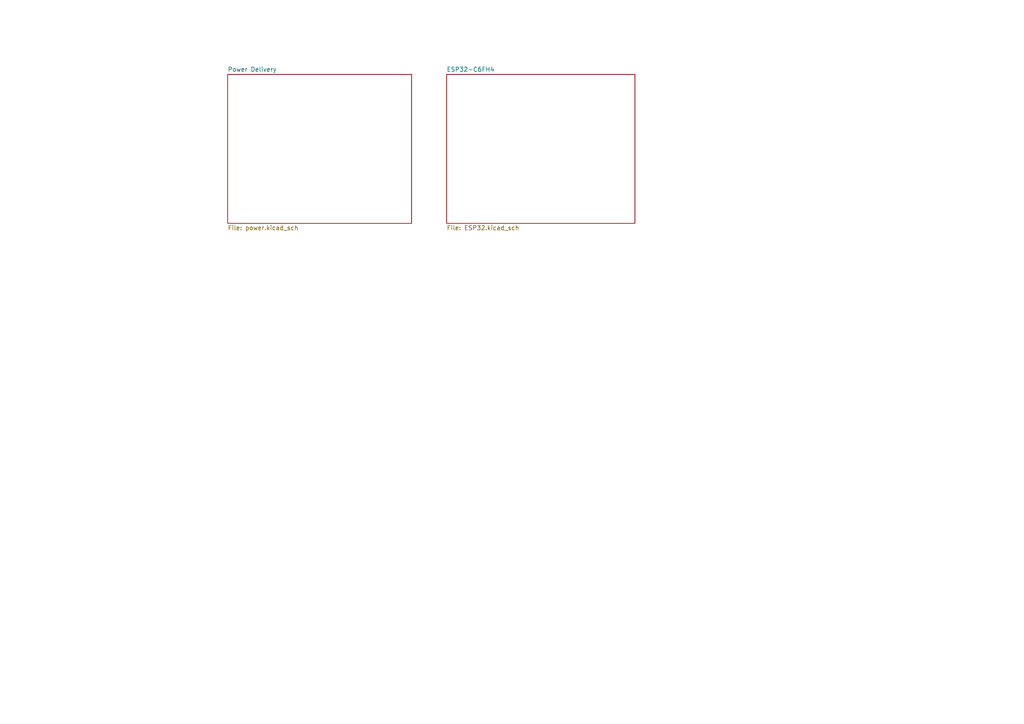
<source format=kicad_sch>
(kicad_sch
	(version 20231120)
	(generator "eeschema")
	(generator_version "8.0")
	(uuid "f32c1c49-f803-4e7c-a530-6db148a7ba36")
	(paper "A4")
	(lib_symbols)
	(sheet
		(at 129.54 21.59)
		(size 54.61 43.18)
		(fields_autoplaced yes)
		(stroke
			(width 0.1524)
			(type solid)
		)
		(fill
			(color 0 0 0 0.0000)
		)
		(uuid "27e9da7b-3bfa-4574-a980-93f02fcd8fa2")
		(property "Sheetname" "ESP32-C6FH4"
			(at 129.54 20.8784 0)
			(effects
				(font
					(size 1.27 1.27)
				)
				(justify left bottom)
			)
		)
		(property "Sheetfile" "ESP32.kicad_sch"
			(at 129.54 65.3546 0)
			(effects
				(font
					(size 1.27 1.27)
				)
				(justify left top)
			)
		)
		(instances
			(project "uSlime"
				(path "/f32c1c49-f803-4e7c-a530-6db148a7ba36"
					(page "3")
				)
			)
		)
	)
	(sheet
		(at 66.04 21.59)
		(size 53.34 43.18)
		(fields_autoplaced yes)
		(stroke
			(width 0.1524)
			(type solid)
		)
		(fill
			(color 0 0 0 0.0000)
		)
		(uuid "9141278c-15a6-43aa-8c9d-f1bdf7efadba")
		(property "Sheetname" "Power Delivery"
			(at 66.04 20.8784 0)
			(effects
				(font
					(size 1.27 1.27)
				)
				(justify left bottom)
			)
		)
		(property "Sheetfile" "power.kicad_sch"
			(at 66.04 65.3546 0)
			(effects
				(font
					(size 1.27 1.27)
				)
				(justify left top)
			)
		)
		(instances
			(project "uSlime"
				(path "/f32c1c49-f803-4e7c-a530-6db148a7ba36"
					(page "2")
				)
			)
		)
	)
	(sheet_instances
		(path "/"
			(page "1")
		)
	)
)

</source>
